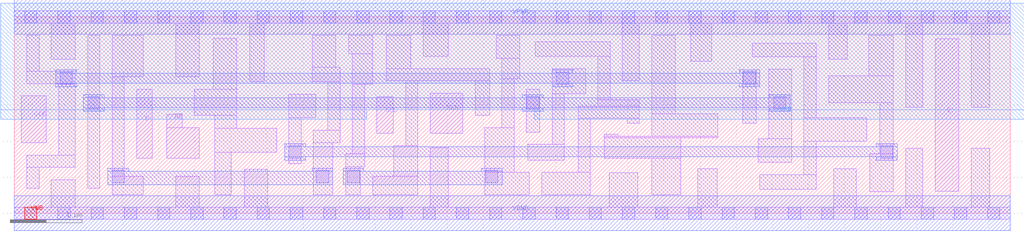
<source format=lef>
# Copyright 2020 The SkyWater PDK Authors
#
# Licensed under the Apache License, Version 2.0 (the "License");
# you may not use this file except in compliance with the License.
# You may obtain a copy of the License at
#
#     https://www.apache.org/licenses/LICENSE-2.0
#
# Unless required by applicable law or agreed to in writing, software
# distributed under the License is distributed on an "AS IS" BASIS,
# WITHOUT WARRANTIES OR CONDITIONS OF ANY KIND, either express or implied.
# See the License for the specific language governing permissions and
# limitations under the License.
#
# SPDX-License-Identifier: Apache-2.0

VERSION 5.7 ;
  NOWIREEXTENSIONATPIN ON ;
  DIVIDERCHAR "/" ;
  BUSBITCHARS "[]" ;
MACRO sky130_fd_sc_hd__sedfxtp_2
  CLASS CORE ;
  FOREIGN sky130_fd_sc_hd__sedfxtp_2 ;
  ORIGIN  0.000000  0.000000 ;
  SIZE  13.80000 BY  2.720000 ;
  SYMMETRY X Y R90 ;
  SITE unithd ;
  PIN D
    ANTENNAGATEAREA  0.159000 ;
    DIRECTION INPUT ;
    USE SIGNAL ;
    PORT
      LAYER li1 ;
        RECT 1.695000 0.765000 1.915000 1.720000 ;
    END
  END D
  PIN DE
    ANTENNAGATEAREA  0.318000 ;
    DIRECTION INPUT ;
    USE SIGNAL ;
    PORT
      LAYER li1 ;
        RECT 2.110000 0.765000 2.565000 1.185000 ;
        RECT 2.110000 1.185000 2.325000 1.370000 ;
    END
  END DE
  PIN Q
    ANTENNADIFFAREA  0.445500 ;
    DIRECTION OUTPUT ;
    USE SIGNAL ;
    PORT
      LAYER li1 ;
        RECT 12.755000 0.305000 13.085000 2.420000 ;
    END
  END Q
  PIN SCD
    ANTENNAGATEAREA  0.159000 ;
    DIRECTION INPUT ;
    USE SIGNAL ;
    PORT
      LAYER li1 ;
        RECT 5.760000 1.105000 6.215000 1.665000 ;
    END
  END SCD
  PIN SCE
    ANTENNAGATEAREA  0.318000 ;
    DIRECTION INPUT ;
    USE SIGNAL ;
    PORT
      LAYER li1 ;
        RECT 5.025000 1.105000 5.250000 1.615000 ;
    END
  END SCE
  PIN CLK
    ANTENNAGATEAREA  0.159000 ;
    DIRECTION INPUT ;
    USE CLOCK ;
    PORT
      LAYER li1 ;
        RECT 0.095000 0.975000 0.445000 1.625000 ;
    END
  END CLK
  PIN VGND
    DIRECTION INOUT ;
    SHAPE ABUTMENT ;
    USE GROUND ;
    PORT
      LAYER met1 ;
        RECT 0.000000 -0.240000 13.800000 0.240000 ;
    END
  END VGND
  PIN VNB
    DIRECTION INOUT ;
    USE GROUND ;
    PORT
      LAYER pwell ;
        RECT 0.145000 -0.085000 0.315000 0.085000 ;
    END
  END VNB
  PIN VPB
    DIRECTION INOUT ;
    USE POWER ;
    PORT
      LAYER nwell ;
        RECT -0.190000 1.305000  4.885000 1.435000 ;
        RECT -0.190000 1.435000 13.990000 2.910000 ;
        RECT  7.200000 1.305000 13.990000 1.435000 ;
    END
  END VPB
  PIN VPWR
    DIRECTION INOUT ;
    SHAPE ABUTMENT ;
    USE POWER ;
    PORT
      LAYER met1 ;
        RECT 0.000000 2.480000 13.800000 2.960000 ;
    END
  END VPWR
  OBS
    LAYER li1 ;
      RECT  0.000000 -0.085000 13.800000 0.085000 ;
      RECT  0.000000  2.635000 13.800000 2.805000 ;
      RECT  0.175000  0.345000  0.345000 0.635000 ;
      RECT  0.175000  0.635000  0.845000 0.805000 ;
      RECT  0.175000  1.795000  0.845000 1.965000 ;
      RECT  0.175000  1.965000  0.345000 2.465000 ;
      RECT  0.515000  0.085000  0.845000 0.465000 ;
      RECT  0.515000  2.135000  0.845000 2.635000 ;
      RECT  0.615000  0.805000  0.845000 1.795000 ;
      RECT  1.015000  0.345000  1.185000 2.465000 ;
      RECT  1.355000  0.255000  1.785000 0.515000 ;
      RECT  1.355000  0.515000  1.525000 1.890000 ;
      RECT  1.355000  1.890000  1.785000 2.465000 ;
      RECT  2.235000  0.085000  2.565000 0.515000 ;
      RECT  2.235000  1.890000  2.565000 2.635000 ;
      RECT  2.495000  1.355000  3.085000 1.720000 ;
      RECT  2.755000  1.720000  3.085000 2.425000 ;
      RECT  2.780000  0.255000  3.005000 0.845000 ;
      RECT  2.780000  0.845000  3.635000 1.175000 ;
      RECT  2.780000  1.175000  3.085000 1.355000 ;
      RECT  3.185000  0.085000  3.515000 0.610000 ;
      RECT  3.265000  1.825000  3.460000 2.635000 ;
      RECT  3.805000  0.685000  3.975000 1.320000 ;
      RECT  3.805000  1.320000  4.175000 1.650000 ;
      RECT  4.125000  1.820000  4.515000 2.020000 ;
      RECT  4.125000  2.020000  4.455000 2.465000 ;
      RECT  4.145000  0.255000  4.415000 0.980000 ;
      RECT  4.145000  0.980000  4.515000 1.150000 ;
      RECT  4.345000  1.150000  4.515000 1.820000 ;
      RECT  4.595000  0.255000  4.795000 0.645000 ;
      RECT  4.595000  0.645000  4.855000 0.825000 ;
      RECT  4.635000  2.210000  4.965000 2.465000 ;
      RECT  4.685000  0.825000  4.855000 1.785000 ;
      RECT  4.685000  1.785000  4.965000 2.210000 ;
      RECT  4.965000  0.255000  5.590000 0.515000 ;
      RECT  5.155000  1.835000  6.585000 2.005000 ;
      RECT  5.155000  2.005000  5.495000 2.465000 ;
      RECT  5.260000  0.515000  5.590000 0.935000 ;
      RECT  5.420000  0.935000  5.590000 1.835000 ;
      RECT  5.665000  2.175000  6.010000 2.635000 ;
      RECT  5.760000  0.085000  6.010000 0.905000 ;
      RECT  6.385000  1.355000  6.585000 1.835000 ;
      RECT  6.515000  0.255000  7.135000 0.565000 ;
      RECT  6.515000  0.565000  6.925000 1.185000 ;
      RECT  6.675000  2.150000  7.005000 2.465000 ;
      RECT  6.755000  1.185000  6.925000 1.865000 ;
      RECT  6.755000  1.865000  7.005000 2.150000 ;
      RECT  7.095000  1.125000  7.280000 1.720000 ;
      RECT  7.115000  0.735000  7.620000 0.955000 ;
      RECT  7.215000  2.175000  8.255000 2.375000 ;
      RECT  7.305000  0.255000  7.980000 0.565000 ;
      RECT  7.450000  0.955000  7.620000 1.655000 ;
      RECT  7.450000  1.655000  7.915000 2.005000 ;
      RECT  7.810000  0.565000  7.980000 1.315000 ;
      RECT  7.810000  1.315000  8.660000 1.485000 ;
      RECT  8.085000  1.485000  8.660000 1.575000 ;
      RECT  8.085000  1.575000  8.255000 2.175000 ;
      RECT  8.170000  0.765000  9.235000 1.045000 ;
      RECT  8.170000  1.045000  9.745000 1.065000 ;
      RECT  8.170000  1.065000  8.370000 1.095000 ;
      RECT  8.245000  0.085000  8.640000 0.560000 ;
      RECT  8.425000  1.835000  8.660000 2.635000 ;
      RECT  8.490000  1.245000  8.660000 1.315000 ;
      RECT  8.830000  0.255000  9.235000 0.765000 ;
      RECT  8.830000  1.065000  9.745000 1.375000 ;
      RECT  8.830000  1.375000  9.160000 2.465000 ;
      RECT  9.370000  2.105000  9.660000 2.635000 ;
      RECT  9.465000  0.085000  9.740000 0.615000 ;
      RECT 10.090000  1.245000 10.280000 1.965000 ;
      RECT 10.225000  2.165000 11.110000 2.355000 ;
      RECT 10.305000  0.705000 10.770000 1.035000 ;
      RECT 10.325000  0.330000 11.110000 0.535000 ;
      RECT 10.450000  1.035000 10.770000 1.995000 ;
      RECT 10.940000  0.535000 11.110000 0.995000 ;
      RECT 10.940000  0.995000 11.810000 1.325000 ;
      RECT 10.940000  1.325000 11.110000 2.165000 ;
      RECT 11.280000  1.530000 12.180000 1.905000 ;
      RECT 11.280000  2.135000 11.540000 2.635000 ;
      RECT 11.350000  0.085000 11.665000 0.615000 ;
      RECT 11.840000  1.905000 12.180000 2.465000 ;
      RECT 11.850000  0.300000 12.180000 0.825000 ;
      RECT 11.990000  0.825000 12.180000 1.530000 ;
      RECT 12.350000  0.085000 12.585000 0.900000 ;
      RECT 12.350000  1.465000 12.585000 2.635000 ;
      RECT 13.255000  0.085000 13.515000 0.900000 ;
      RECT 13.255000  1.465000 13.515000 2.635000 ;
    LAYER mcon ;
      RECT  0.145000 -0.085000  0.315000 0.085000 ;
      RECT  0.145000  2.635000  0.315000 2.805000 ;
      RECT  0.605000 -0.085000  0.775000 0.085000 ;
      RECT  0.605000  2.635000  0.775000 2.805000 ;
      RECT  0.635000  1.785000  0.805000 1.955000 ;
      RECT  1.015000  1.445000  1.185000 1.615000 ;
      RECT  1.065000 -0.085000  1.235000 0.085000 ;
      RECT  1.065000  2.635000  1.235000 2.805000 ;
      RECT  1.355000  0.425000  1.525000 0.595000 ;
      RECT  1.525000 -0.085000  1.695000 0.085000 ;
      RECT  1.525000  2.635000  1.695000 2.805000 ;
      RECT  1.985000 -0.085000  2.155000 0.085000 ;
      RECT  1.985000  2.635000  2.155000 2.805000 ;
      RECT  2.445000 -0.085000  2.615000 0.085000 ;
      RECT  2.445000  2.635000  2.615000 2.805000 ;
      RECT  2.905000 -0.085000  3.075000 0.085000 ;
      RECT  2.905000  2.635000  3.075000 2.805000 ;
      RECT  3.365000 -0.085000  3.535000 0.085000 ;
      RECT  3.365000  2.635000  3.535000 2.805000 ;
      RECT  3.805000  0.765000  3.975000 0.935000 ;
      RECT  3.825000 -0.085000  3.995000 0.085000 ;
      RECT  3.825000  2.635000  3.995000 2.805000 ;
      RECT  4.185000  0.425000  4.355000 0.595000 ;
      RECT  4.285000 -0.085000  4.455000 0.085000 ;
      RECT  4.285000  2.635000  4.455000 2.805000 ;
      RECT  4.615000  0.425000  4.785000 0.595000 ;
      RECT  4.745000 -0.085000  4.915000 0.085000 ;
      RECT  4.745000  2.635000  4.915000 2.805000 ;
      RECT  5.205000 -0.085000  5.375000 0.085000 ;
      RECT  5.205000  2.635000  5.375000 2.805000 ;
      RECT  5.665000 -0.085000  5.835000 0.085000 ;
      RECT  5.665000  2.635000  5.835000 2.805000 ;
      RECT  6.125000 -0.085000  6.295000 0.085000 ;
      RECT  6.125000  2.635000  6.295000 2.805000 ;
      RECT  6.530000  0.425000  6.700000 0.595000 ;
      RECT  6.585000 -0.085000  6.755000 0.085000 ;
      RECT  6.585000  2.635000  6.755000 2.805000 ;
      RECT  7.045000 -0.085000  7.215000 0.085000 ;
      RECT  7.045000  2.635000  7.215000 2.805000 ;
      RECT  7.100000  1.445000  7.270000 1.615000 ;
      RECT  7.505000 -0.085000  7.675000 0.085000 ;
      RECT  7.505000  2.635000  7.675000 2.805000 ;
      RECT  7.510000  1.785000  7.680000 1.955000 ;
      RECT  7.965000 -0.085000  8.135000 0.085000 ;
      RECT  7.965000  2.635000  8.135000 2.805000 ;
      RECT  8.425000 -0.085000  8.595000 0.085000 ;
      RECT  8.425000  2.635000  8.595000 2.805000 ;
      RECT  8.885000 -0.085000  9.055000 0.085000 ;
      RECT  8.885000  2.635000  9.055000 2.805000 ;
      RECT  9.345000 -0.085000  9.515000 0.085000 ;
      RECT  9.345000  2.635000  9.515000 2.805000 ;
      RECT  9.805000 -0.085000  9.975000 0.085000 ;
      RECT  9.805000  2.635000  9.975000 2.805000 ;
      RECT 10.100000  1.785000 10.270000 1.955000 ;
      RECT 10.265000 -0.085000 10.435000 0.085000 ;
      RECT 10.265000  2.635000 10.435000 2.805000 ;
      RECT 10.520000  1.445000 10.690000 1.615000 ;
      RECT 10.725000 -0.085000 10.895000 0.085000 ;
      RECT 10.725000  2.635000 10.895000 2.805000 ;
      RECT 11.185000 -0.085000 11.355000 0.085000 ;
      RECT 11.185000  2.635000 11.355000 2.805000 ;
      RECT 11.645000 -0.085000 11.815000 0.085000 ;
      RECT 11.645000  2.635000 11.815000 2.805000 ;
      RECT 12.000000  0.765000 12.170000 0.935000 ;
      RECT 12.105000 -0.085000 12.275000 0.085000 ;
      RECT 12.105000  2.635000 12.275000 2.805000 ;
      RECT 12.565000 -0.085000 12.735000 0.085000 ;
      RECT 12.565000  2.635000 12.735000 2.805000 ;
      RECT 13.025000 -0.085000 13.195000 0.085000 ;
      RECT 13.025000  2.635000 13.195000 2.805000 ;
      RECT 13.485000 -0.085000 13.655000 0.085000 ;
      RECT 13.485000  2.635000 13.655000 2.805000 ;
    LAYER met1 ;
      RECT  0.575000 1.755000  0.865000 1.800000 ;
      RECT  0.575000 1.800000 10.330000 1.940000 ;
      RECT  0.575000 1.940000  0.865000 1.985000 ;
      RECT  0.955000 1.415000  1.245000 1.460000 ;
      RECT  0.955000 1.460000 10.750000 1.600000 ;
      RECT  0.955000 1.600000  1.245000 1.645000 ;
      RECT  1.295000 0.395000  4.415000 0.580000 ;
      RECT  1.295000 0.580000  1.585000 0.625000 ;
      RECT  3.745000 0.735000  4.035000 0.780000 ;
      RECT  3.745000 0.780000 12.230000 0.920000 ;
      RECT  3.745000 0.920000  4.035000 0.965000 ;
      RECT  4.125000 0.580000  4.415000 0.625000 ;
      RECT  4.555000 0.395000  6.760000 0.580000 ;
      RECT  4.555000 0.580000  4.845000 0.625000 ;
      RECT  6.470000 0.580000  6.760000 0.625000 ;
      RECT  7.040000 1.415000  7.330000 1.460000 ;
      RECT  7.040000 1.600000  7.330000 1.645000 ;
      RECT  7.450000 1.755000  7.740000 1.800000 ;
      RECT  7.450000 1.940000  7.740000 1.985000 ;
      RECT 10.040000 1.755000 10.330000 1.800000 ;
      RECT 10.040000 1.940000 10.330000 1.985000 ;
      RECT 10.460000 1.415000 10.750000 1.460000 ;
      RECT 10.460000 1.600000 10.750000 1.645000 ;
      RECT 11.940000 0.735000 12.230000 0.780000 ;
      RECT 11.940000 0.920000 12.230000 0.965000 ;
  END
END sky130_fd_sc_hd__sedfxtp_2
END LIBRARY

</source>
